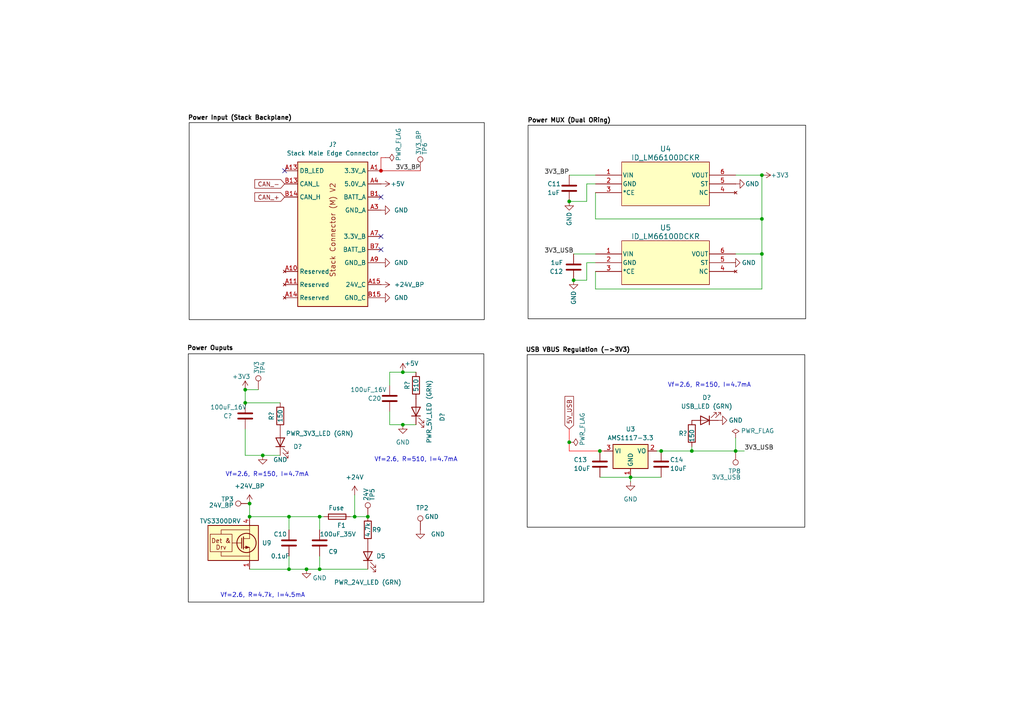
<source format=kicad_sch>
(kicad_sch (version 20231120) (generator "eeschema") (generator_version "8.0")
  (paper "A4")
  (title_block (title "ULC Board Power Circuitry") (rev "A") (company "Queen's Rocket Engineering Team") (comment 1 "Jeevan Sanchez"))
  (lib_symbols
    (symbol "Connector:TestPoint" (pin_numbers hide) (pin_names (offset 0.762) hide)
      (property "Reference" "TP" (at 0 6.858 0))
      (property "Value" "TestPoint" (at 0 5.08 0))
      (symbol "TestPoint_0_1"
        (circle (center 0 3.302) (radius 0.762))
      )
      (symbol "TestPoint_1_1"
        (pin passive line (at 0 0 90) (length 2.54) (name "1") (number "1"))
      )
    )
    (symbol "Device:C" (pin_numbers hide) (pin_names (offset 0.254))
      (property "Reference" "C" (at 0.635 2.54 0))
      (property "Value" "C" (at 0.635 -2.54 0))
      (symbol "C_0_1"
        (polyline (pts (xy -2.032 -0.762) (xy 2.032 -0.762)) (stroke (width 0.508)))
        (polyline (pts (xy -2.032 0.762) (xy 2.032 0.762)) (stroke (width 0.508)))
      )
      (symbol "C_1_1"
        (pin passive line (at 0 3.81 270) (length 2.794) (name "~") (number "1"))
        (pin passive line (at 0 -3.81 90) (length 2.794) (name "~") (number "2"))
      )
    )
    (symbol "Device:Fuse" (pin_numbers hide) (pin_names (offset 0))
      (property "Reference" "F" (at 2.032 0 90))
      (property "Value" "Fuse" (at -1.905 0 90))
      (symbol "Fuse_0_1"
        (rectangle (start -0.762 -2.54) (end 0.762 2.54) (stroke (width 0.254)))
        (polyline (pts (xy 0 2.54) (xy 0 -2.54)))
      )
      (symbol "Fuse_1_1"
        (pin passive line (at 0 3.81 270) (length 1.27) (name "~") (number "1"))
        (pin passive line (at 0 -3.81 90) (length 1.27) (name "~") (number "2"))
      )
    )
    (symbol "Device:LED" (pin_numbers hide) (pin_names (offset 1.016) hide)
      (property "Reference" "D" (at 0 2.54 0))
      (property "Value" "LED" (at 0 -2.54 0))
      (symbol "LED_0_1"
        (polyline (pts (xy -1.27 -1.27) (xy -1.27 1.27)) (stroke (width 0.254)))
        (polyline (pts (xy -1.27 0) (xy 1.27 0)))
        (polyline (pts (xy 1.27 -1.27) (xy 1.27 1.27) (xy -1.27 0) (xy 1.27 -1.27)) (stroke (width 0.254)))
        (polyline (pts (xy -3.048 -0.762) (xy -4.572 -2.286) (xy -3.81 -2.286) (xy -4.572 -2.286) (xy -4.572 -1.524)))
        (polyline (pts (xy -1.778 -0.762) (xy -3.302 -2.286) (xy -2.54 -2.286) (xy -3.302 -2.286) (xy -3.302 -1.524)))
      )
      (symbol "LED_1_1"
        (pin passive line (at -3.81 0 0) (length 2.54) (name "K") (number "1"))
        (pin passive line (at 3.81 0 180) (length 2.54) (name "A") (number "2"))
      )
    )
    (symbol "Device:R" (pin_numbers hide) (pin_names (offset 0))
      (property "Reference" "R" (at 2.032 0 90))
      (property "Value" "R" (at 0 0 90))
      (symbol "R_0_1"
        (rectangle (start -1.016 -2.54) (end 1.016 2.54) (stroke (width 0.254)))
      )
      (symbol "R_1_1"
        (pin passive line (at 0 3.81 270) (length 1.27) (name "~") (number "1"))
        (pin passive line (at 0 -3.81 90) (length 1.27) (name "~") (number "2"))
      )
    )
    (symbol "Power_Protection:TVS3300DRV" (pin_names (offset 0) hide)
      (property "Reference" "U" (at 2.54 1.27 0))
      (property "Value" "TVS3300DRV" (at 2.54 -1.27 0))
      (symbol "TVS3300DRV_0_0"
        (rectangle (start -11.43 2.54) (end -5.08 -2.54))
        (polyline (pts (xy 0 1.27) (xy -1.778 1.27)))
        (polyline (pts (xy -8.255 -2.54) (xy -8.255 -3.81) (xy 0 -3.81)))
        (polyline (pts (xy -8.255 2.54) (xy -8.255 3.81) (xy 0 3.81)))
        (text "Det &" (at -8.255 0.635 0) (effects (font (size 1.27 1.27))))
        (text "Drv" (at -8.255 -1.27 0) (effects (font (size 1.27 1.27))))
      )
      (symbol "TVS3300DRV_0_1"
        (rectangle (start -12.065 5.08) (end 2.54 -5.08) (stroke (width 0.254)) (fill (type background)))
        (circle (center -0.889 0) (radius 2.794) (stroke (width 0.254)))
        (polyline (pts (xy -2.286 0) (xy -5.08 0)))
        (polyline (pts (xy -2.286 1.397) (xy -2.286 -1.524)) (stroke (width 0.254)))
        (polyline (pts (xy -1.778 1.778) (xy -1.778 -1.778)) (stroke (width 0.254)))
        (polyline (pts (xy 0 -2.54) (xy 0 -5.08)))
        (polyline (pts (xy 0 2.54) (xy 0 1.27)))
        (polyline (pts (xy 0 5.08) (xy 0 2.54)))
        (polyline (pts (xy 0 -2.54) (xy 0 -1.27) (xy -1.778 -1.27)))
        (polyline (pts (xy -0.127 -1.27) (xy -1.143 -1.651) (xy -1.143 -0.889) (xy -0.127 -1.27)) (fill (type outline)))
      )
      (symbol "TVS3300DRV_1_1"
        (pin power_in line (at 0 -7.62 90) (length 2.54) (name "GND") (number "1"))
        (pin passive line (at 0 -7.62 90) (length 2.54) hide (name "GND") (number "2"))
        (pin passive line (at 0 -7.62 90) (length 2.54) hide (name "GND") (number "3"))
        (pin passive line (at 0 7.62 270) (length 2.54) (name "IN") (number "4"))
        (pin passive line (at 0 7.62 270) (length 2.54) hide (name "IN") (number "5"))
        (pin passive line (at 0 7.62 270) (length 2.54) hide (name "IN") (number "6"))
        (pin passive line (at 0 -7.62 90) (length 2.54) hide (name "GND") (number "7"))
      )
    )
    (symbol "QRET_Buck_PSU:LM66100DCKR" (pin_names (offset 0.254))
      (property "Reference" "U" (at 0 12.7 0))
      (property "Value" "LM66100DCKR" (at 0 10.16 0))
      (symbol "LM66100DCKR_0_1"
        (polyline (pts (xy -12.7 -6.35) (xy 12.7 -6.35)) (stroke (width 0.127)))
        (polyline (pts (xy -12.7 6.35) (xy -12.7 -6.35)) (stroke (width 0.127)))
        (polyline (pts (xy 12.7 -6.35) (xy 12.7 6.35)) (stroke (width 0.127)))
        (polyline (pts (xy 12.7 6.35) (xy -12.7 6.35)) (stroke (width 0.127)))
        (pin input line (at -20.32 2.54 0) (length 7.62) (name "VIN") (number "1"))
        (pin power_in line (at -20.32 0 0) (length 7.62) (name "GND") (number "2"))
        (pin input line (at -20.32 -2.54 0) (length 7.62) (name "*CE") (number "3"))
        (pin no_connect line (at 20.32 -2.54 180) (length 7.62) (name "NC") (number "4"))
        (pin output line (at 20.32 0 180) (length 7.62) (name "ST") (number "5"))
        (pin output line (at 20.32 2.54 180) (length 7.62) (name "VOUT") (number "6"))
      )
      (symbol "LM66100DCKR_1_1"
        (rectangle (start -12.7 6.35) (end 12.7 -6.35) (fill (type background)))
      )
    )
    (symbol "Regulator_Linear:AMS1117-3.3"
      (property "Reference" "U" (at -3.81 3.175 0))
      (property "Value" "AMS1117-3.3" (at 0 3.175 0))
      (symbol "AMS1117-3.3_0_1"
        (rectangle (start -5.08 -5.08) (end 5.08 1.905) (stroke (width 0.254)) (fill (type background)))
      )
      (symbol "AMS1117-3.3_1_1"
        (pin power_in line (at 0 -7.62 90) (length 2.54) (name "GND") (number "1"))
        (pin power_out line (at 7.62 0 180) (length 2.54) (name "VO") (number "2"))
        (pin power_in line (at -7.62 0 0) (length 2.54) (name "VI") (number "3"))
      )
    )
    (symbol "Stack Male Edge Connector_1"
      (property "Reference" "J" (at -0.254 24.892 0))
      (property "Value" "Stack Male Edge Connector" (at 1.27 22.86 0))
      (symbol "Stack Male Edge Connector_1_0_1"
        (rectangle (start -10.16 21.59) (end 10.16 -20.32) (stroke (width 0.254)) (fill (type background)))
      )
      (symbol "Stack Male Edge Connector_1_1_1"
        (text "Stack Connector (M) V2" (at 0 1.905 900) (effects (font (size 1.5 1.5))))
        (pin power_out line (at 13.97 19.05 180) (length 3.81) (name "3.3V_A") (number "A1"))
        (pin no_connect line (at -13.97 -10.16 0) (length 3.81) (name "Reserved") (number "A10"))
        (pin no_connect line (at -13.97 -13.97 0) (length 3.81) (name "Reserved") (number "A11"))
        (pin passive line (at 13.97 -7.62 180) (length 3.81) hide (name "GND_B") (number "A12"))
        (pin input line (at -13.97 19.05 0) (length 3.81) (name "DB_LED") (number "A13"))
        (pin no_connect line (at -13.97 -17.78 0) (length 3.81) (name "Reserved") (number "A14"))
        (pin power_out line (at 13.97 -13.97 180) (length 3.81) (name "24V_C") (number "A15"))
        (pin passive line (at 13.97 -13.97 180) (length 3.81) hide (name "24V_C") (number "A16"))
        (pin passive line (at 13.97 -13.97 180) (length 3.81) hide (name "24V_C") (number "A17"))
        (pin passive line (at 13.97 -13.97 180) (length 3.81) hide (name "24V_C") (number "A18"))
        (pin passive line (at 13.97 19.05 180) (length 3.81) hide (name "3.3V_A") (number "A2"))
        (pin power_in line (at 13.97 7.62 180) (length 3.81) (name "GND_A") (number "A3"))
        (pin power_out line (at 13.97 15.24 180) (length 3.81) (name "5.0V_A") (number "A4"))
        (pin power_in line (at 13.97 15.24 180) (length 3.81) hide (name "5.0V_A") (number "A5"))
        (pin passive line (at 13.97 7.62 180) (length 3.81) hide (name "GND_A") (number "A6"))
        (pin power_out line (at 13.97 0 180) (length 3.81) (name "3.3V_B") (number "A7"))
        (pin passive line (at 13.97 0 180) (length 3.81) hide (name "3.3V_B") (number "A8"))
        (pin power_in line (at 13.97 -7.62 180) (length 3.81) (name "GND_B") (number "A9"))
        (pin power_out line (at 13.97 11.43 180) (length 3.81) (name "BATT_A") (number "B1"))
        (pin passive line (at 13.97 -7.62 180) (length 3.81) hide (name "GND_B") (number "B10"))
        (pin passive line (at 13.97 -7.62 180) (length 3.81) hide (name "GND_B") (number "B11"))
        (pin passive line (at 13.97 -7.62 180) (length 3.81) hide (name "GND_B") (number "B12"))
        (pin bidirectional line (at -13.97 15.24 0) (length 3.81) (name "CAN_L") (number "B13"))
        (pin bidirectional line (at -13.97 11.43 0) (length 3.81) (name "CAN_H") (number "B14"))
        (pin power_in line (at 13.97 -17.78 180) (length 3.81) (name "GND_C") (number "B15"))
        (pin passive line (at 13.97 -17.78 180) (length 3.81) hide (name "GND_C") (number "B16"))
        (pin passive line (at 13.97 -17.78 180) (length 3.81) hide (name "GND_C") (number "B17"))
        (pin passive line (at 13.97 -17.78 180) (length 3.81) hide (name "GND_C") (number "B18"))
        (pin passive line (at 13.97 11.43 180) (length 3.81) hide (name "BATT_A") (number "B2"))
        (pin passive line (at 13.97 11.43 180) (length 3.81) hide (name "BATT_A") (number "B3"))
        (pin passive line (at 13.97 7.62 180) (length 3.81) hide (name "GND_A") (number "B4"))
        (pin passive line (at 13.97 7.62 180) (length 3.81) hide (name "GND_A") (number "B5"))
        (pin passive line (at 13.97 7.62 180) (length 3.81) hide (name "GND_A") (number "B6"))
        (pin power_out line (at 13.97 -3.81 180) (length 3.81) (name "BATT_B") (number "B7"))
        (pin passive line (at 13.97 -3.81 180) (length 3.81) hide (name "BATT_B") (number "B8"))
        (pin passive line (at 13.97 -3.81 180) (length 3.81) hide (name "BATT_B") (number "B9"))
      )
    )
    (symbol "power:+24V" (power) (pin_numbers hide) (pin_names (offset 0) hide)
      (property "Value" "+24V" (at 0 3.556 0))
      (symbol "+24V_0_1"
        (polyline (pts (xy -0.762 1.27) (xy 0 2.54)))
        (polyline (pts (xy 0 0) (xy 0 2.54)))
        (polyline (pts (xy 0 2.54) (xy 0.762 1.27)))
      )
      (symbol "+24V_1_1"
        (pin power_in line (at 0 0 90) (length 0) (name "~") (number "1"))
      )
    )
    (symbol "power:+3V3" (power) (pin_numbers hide) (pin_names (offset 0) hide)
      (property "Value" "+3V3" (at 0 3.556 0))
      (symbol "+3V3_0_1"
        (polyline (pts (xy -0.762 1.27) (xy 0 2.54)))
        (polyline (pts (xy 0 0) (xy 0 2.54)))
        (polyline (pts (xy 0 2.54) (xy 0.762 1.27)))
      )
      (symbol "+3V3_1_1"
        (pin power_in line (at 0 0 90) (length 0) (name "~") (number "1"))
      )
    )
    (symbol "power:+5V" (power) (pin_numbers hide) (pin_names (offset 0) hide)
      (property "Value" "+5V" (at 0 3.556 0))
      (symbol "+5V_0_1"
        (polyline (pts (xy -0.762 1.27) (xy 0 2.54)))
        (polyline (pts (xy 0 0) (xy 0 2.54)))
        (polyline (pts (xy 0 2.54) (xy 0.762 1.27)))
      )
      (symbol "+5V_1_1"
        (pin power_in line (at 0 0 90) (length 0) (name "~") (number "1"))
      )
    )
    (symbol "power:GND" (power) (pin_numbers hide) (pin_names (offset 0) hide)
      (property "Value" "GND" (at 0 -3.81 0))
      (symbol "GND_0_1"
        (polyline (pts (xy 0 0) (xy 0 -1.27) (xy 1.27 -1.27) (xy 0 -2.54) (xy -1.27 -1.27) (xy 0 -1.27)))
      )
      (symbol "GND_1_1"
        (pin power_in line (at 0 0 270) (length 0) (name "~") (number "1"))
      )
    )
    (symbol "power:PWR_FLAG" (power) (pin_numbers hide) (pin_names (offset 0) hide)
      (property "Value" "PWR_FLAG" (at 0 3.81 0))
      (symbol "PWR_FLAG_0_0"
        (pin power_out line (at 0 0 90) (length 0) (name "~") (number "1"))
      )
      (symbol "PWR_FLAG_0_1"
        (polyline (pts (xy 0 0) (xy 0 1.27) (xy -1.016 1.905) (xy 0 2.54) (xy 1.016 1.905) (xy 0 1.27)))
      )
    )
  )
  (junction (at 110.49 49.53) (color 194 0 0 1))
  (junction (at 71.12 116.84))
  (junction (at 92.71 165.1))
  (junction (at 165.1 128.27))
  (junction (at 182.88 138.43))
  (junction (at 173.99 130.81))
  (junction (at 102.87 149.86))
  (junction (at 213.36 130.81))
  (junction (at 72.39 149.86))
  (junction (at 220.98 63.5))
  (junction (at 92.71 149.86))
  (junction (at 116.84 107.95))
  (junction (at 200.66 130.81))
  (junction (at 220.98 73.66))
  (junction (at 165.1 58.42))
  (junction (at 83.82 165.1))
  (junction (at 88.9 165.1))
  (junction (at 166.37 81.28))
  (junction (at 220.98 50.8))
  (junction (at 83.82 149.86))
  (junction (at 76.2 132.08))
  (junction (at 71.12 113.03))
  (junction (at 191.77 130.81))
  (junction (at 116.84 123.19))
  (junction (at 106.68 149.86))
  (junction (at 72.39 146.05))
  (no_connect (at 110.49 68.58))
  (no_connect (at 110.49 57.15))
  (no_connect (at 110.49 72.39))
  (no_connect (at 82.55 49.53))
  (wire (pts (xy 110.49 49.53) (xy 121.92 49.53)) (stroke (width 0) (color 194 0 0 1)))
  (wire (pts (xy 165.1 128.27) (xy 165.1 130.81)) (stroke (width 0) (color 255 0 0 1)))
  (wire (pts (xy 116.84 123.19) (xy 120.65 123.19)))
  (wire (pts (xy 170.18 58.42) (xy 165.1 58.42)))
  (wire (pts (xy 71.12 116.84) (xy 81.28 116.84)))
  (wire (pts (xy 213.36 50.8) (xy 220.98 50.8)))
  (wire (pts (xy 71.12 116.84) (xy 71.12 113.03)))
  (wire (pts (xy 113.03 123.19) (xy 116.84 123.19)))
  (wire (pts (xy 83.82 149.86) (xy 92.71 149.86)))
  (wire (pts (xy 92.71 161.29) (xy 92.71 165.1)))
  (wire (pts (xy 88.9 165.1) (xy 92.71 165.1)))
  (wire (pts (xy 220.98 50.8) (xy 220.98 63.5)))
  (wire (pts (xy 71.12 132.08) (xy 76.2 132.08)))
  (wire (pts (xy 173.99 130.81) (xy 175.26 130.81)) (stroke (width 0) (color 255 0 0 1)))
  (wire (pts (xy 191.77 130.81) (xy 200.66 130.81)))
  (wire (pts (xy 110.49 49.53) (xy 110.49 45.72)) (stroke (width 0) (color 194 0 0 1)))
  (wire (pts (xy 170.18 81.28) (xy 166.37 81.28)))
  (wire (pts (xy 83.82 153.67) (xy 83.82 149.86)))
  (wire (pts (xy 102.87 143.51) (xy 102.87 149.86)))
  (wire (pts (xy 71.12 124.46) (xy 71.12 132.08)))
  (wire (pts (xy 76.2 132.08) (xy 81.28 132.08)))
  (wire (pts (xy 182.88 138.43) (xy 182.88 139.7)))
  (wire (pts (xy 220.98 73.66) (xy 213.36 73.66)))
  (wire (pts (xy 172.72 63.5) (xy 172.72 55.88)))
  (wire (pts (xy 116.84 107.95) (xy 120.65 107.95)))
  (wire (pts (xy 220.98 73.66) (xy 220.98 83.82)))
  (wire (pts (xy 83.82 165.1) (xy 88.9 165.1)))
  (wire (pts (xy 92.71 165.1) (xy 106.68 165.1)))
  (wire (pts (xy 72.39 149.86) (xy 83.82 149.86)))
  (wire (pts (xy 173.99 138.43) (xy 182.88 138.43)))
  (wire (pts (xy 166.37 73.66) (xy 172.72 73.66)))
  (wire (pts (xy 220.98 63.5) (xy 220.98 73.66)))
  (wire (pts (xy 113.03 107.95) (xy 116.84 107.95)))
  (wire (pts (xy 200.66 130.81) (xy 213.36 130.81)))
  (wire (pts (xy 92.71 153.67) (xy 92.71 149.86)))
  (wire (pts (xy 74.93 113.03) (xy 71.12 113.03)))
  (wire (pts (xy 110.49 45.72) (xy 111.76 45.72)) (stroke (width 0) (color 194 0 0 1)))
  (wire (pts (xy 72.39 149.86) (xy 72.39 146.05)))
  (wire (pts (xy 113.03 119.38) (xy 113.03 123.19)))
  (wire (pts (xy 165.1 130.81) (xy 173.99 130.81)) (stroke (width 0) (color 255 0 0 1)))
  (wire (pts (xy 172.72 83.82) (xy 172.72 78.74)))
  (wire (pts (xy 172.72 53.34) (xy 170.18 53.34)))
  (wire (pts (xy 165.1 50.8) (xy 172.72 50.8)))
  (wire (pts (xy 102.87 149.86) (xy 106.68 149.86)))
  (wire (pts (xy 102.87 149.86) (xy 101.6 149.86)))
  (wire (pts (xy 213.36 76.2) (xy 212.09 76.2)))
  (wire (pts (xy 92.71 149.86) (xy 93.98 149.86)))
  (wire (pts (xy 172.72 63.5) (xy 220.98 63.5)))
  (wire (pts (xy 165.1 124.46) (xy 165.1 128.27)) (stroke (width 0) (color 255 0 0 1)))
  (wire (pts (xy 213.36 130.81) (xy 213.36 127)))
  (wire (pts (xy 191.77 130.81) (xy 190.5 130.81)))
  (wire (pts (xy 170.18 53.34) (xy 170.18 58.42)))
  (wire (pts (xy 170.18 76.2) (xy 170.18 81.28)))
  (wire (pts (xy 200.66 129.54) (xy 200.66 130.81)))
  (wire (pts (xy 213.36 130.81) (xy 215.9 130.81)))
  (wire (pts (xy 172.72 83.82) (xy 220.98 83.82)))
  (wire (pts (xy 113.03 111.76) (xy 113.03 107.95)))
  (wire (pts (xy 182.88 138.43) (xy 191.77 138.43)))
  (wire (pts (xy 72.39 165.1) (xy 83.82 165.1)))
  (wire (pts (xy 172.72 76.2) (xy 170.18 76.2)))
  (wire (pts (xy 83.82 161.29) (xy 83.82 165.1)))
  (rectangle (start 54.864 35.56) (end 140.462 92.71) (stroke (width 0) (color 0 0 0 1)))
  (rectangle (start 54.61 102.616) (end 140.335 174.625) (stroke (width 0) (color 0 0 0 1)))
  (rectangle (start 153.162 36.322) (end 233.68 92.456) (stroke (width 0) (color 0 0 0 1)))
  (rectangle (start 152.908 102.87) (end 233.426 152.908) (stroke (width 0) (color 0 0 0 1)))
  (text "Vf=2.6, R=510, I=4.7mA" (at 120.65 133.35 0) (effects (font (size 1.27 1.27))))
  (text "Vf=2.6, R=150, I=4.7mA" (at 205.74 111.76 0) (effects (font (size 1.27 1.27))))
  (text "Vf=2.6, R=150, I=4.7mA" (at 77.47 137.668 0) (effects (font (size 1.27 1.27))))
  (text "USB VBUS Regulation (->3V3)" (at 167.64 101.6 0) (effects (font (size 1.27 1.27) (thickness 0.254) (bold yes))))
  (text "Vf=2.6, R=4.7k, I=4.5mA" (at 76.2 172.72 0) (effects (font (size 1.27 1.27))))
  (text "Power MUX (Dual ORing)" (at 165.1 35.052 0) (effects (font (size 1.27 1.27) (thickness 0.254) (bold yes))))
  (text "Power Input (Stack Backplane)" (at 69.596 34.29 0) (effects (font (size 1.27 1.27) (thickness 0.254) (bold yes))))
  (text "Power Ouputs" (at 60.96 101.092 0) (effects (font (size 1.27 1.27) (thickness 0.254) (bold yes))))
  (label "3V3_USB" (at 215.9 130.81 0) (effects (font (thickness 0.1588))))
  (label "3V3_BP" (at 165.1 50.8 180))
  (label "3V3_BP" (at 121.92 49.53 180))
  (label "3V3_USB" (at 166.37 73.66 180) (effects (font (thickness 0.1588))))
  (global_label "CAN_-" (shape input) (at 82.55 53.34 180) (property "Intersheetrefs" "${INTERSHEET_REFS}" (effects (hide yes))))
  (global_label "5V_USB" (shape input) (at 165.1 124.46 90) (property "Intersheetrefs" "${INTERSHEET_REFS}" (effects (hide yes))))
  (global_label "CAN_+" (shape input) (at 82.55 57.15 180) (property "Intersheetrefs" "${INTERSHEET_REFS}" (effects (hide yes))))
  (symbol (lib_id "power:GND") (at 212.09 76.2 90) (unit 1)
    (property "Reference" "#PWR038" (effects (hide yes)))
    (property "Value" "GND" (at 215.138 76.2 90) (effects (justify right)))
    (property "Description" "Power symbol creates a global label with name \"GND\" , ground" (effects (hide yes)))
  )
  (symbol (lib_id "power:GND") (at 213.36 53.34 90) (unit 1)
    (property "Reference" "#PWR039" (effects (hide yes)))
    (property "Value" "GND" (at 216.154 53.34 90) (effects (justify right)))
    (property "Description" "Power symbol creates a global label with name \"GND\" , ground" (effects (hide yes)))
  )
  (symbol (lib_id "QRET_Buck_PSU:LM66100DCKR") (at 193.04 76.2 0) (unit 1)
    (property "Reference" "U5" (at 193.04 66.04 0) (effects (font (size 1.524 1.524))))
    (property "Value" "ID_LM66100DCKR" (at 193.04 68.58 0) (effects (font (size 1.524 1.524))))
    (property "Footprint" "LM66100:SC-70-6" (effects (hide yes)))
    (property "Datasheet" "${KIPRJMOD}/../../Datasheets/ID-lm66100.pdf" (effects (hide yes)))
    (property "Description" "Ideal Diode" (effects (hide yes)))
    (property "LCSC" "C2869734" (effects (hide yes)))
  )
  (symbol (lib_id "power:GND") (at 166.37 81.28 0) (unit 1)
    (property "Reference" "#PWR035" (effects (hide yes)))
    (property "Value" "GND" (at 166.37 84.328 90) (effects (justify right)))
    (property "Description" "Power symbol creates a global label with name \"GND\" , ground" (effects (hide yes)))
  )
  (symbol (lib_id "Device:C") (at 92.71 157.48 0) (unit 1)
    (property "Reference" "C9" (at 95.25 160.02 0) (effects (justify left)))
    (property "Value" "100uF_35V" (at 92.71 154.94 0) (effects (justify left)))
    (property "Footprint" "Capacitor_SMD:CP_Elec_6.3x5.9" (effects (hide yes)))
    (property "Digikey" "732-8511-1-ND" (effects (hide yes)))
  )
  (symbol (lib_id "Connector:TestPoint") (at 213.36 130.81 180) (unit 1)
    (property "Reference" "TP8" (at 214.884 136.652 0) (effects (justify left)))
    (property "Value" "3V3_USB" (at 214.884 138.43 0) (effects (justify left)))
    (property "Footprint" "TestPoint:TestPoint_Pad_D1.0mm" (effects (hide yes)))
    (property "Description" "test point" (effects (hide yes)))
  )
  (symbol (lib_id "power:PWR_FLAG") (at 111.76 45.72 270) (unit 1)
    (property "Reference" "#FLG01" (effects (hide yes)))
    (property "Value" "PWR_FLAG" (at 115.57 37.084 0) (effects (justify left)))
    (property "Description" "Special symbol for telling ERC where power comes from" (effects (hide yes)))
  )
  (symbol (lib_id "Device:LED") (at 204.47 121.92 180) (unit 1)
    (property "Reference" "D?" (at 204.978 115.316 0))
    (property "Value" "USB_LED (GRN)" (at 204.978 117.856 0))
    (property "Footprint" "LED_SMD:LED_0805_2012Metric" (effects (hide yes)))
    (property "Description" "Light emitting diode" (effects (hide yes)))
    (property "LCSC" "C2297" (effects (hide yes)))
  )
  (symbol (lib_id "Connector:TestPoint") (at 74.93 113.03 0) (unit 1)
    (property "Reference" "TP4" (at 76.2 108.458 90) (effects (justify left)))
    (property "Value" "3V3" (at 74.422 108.458 90) (effects (justify left)))
    (property "Footprint" "TestPoint:TestPoint_Pad_D1.0mm" (effects (hide yes)))
    (property "Description" "test point" (effects (hide yes)))
  )
  (symbol (lib_id "power:GND") (at 110.49 76.2 90) (unit 1)
    (property "Reference" "#PWR?" (effects (hide yes)))
    (property "Value" "GND" (at 114.3 76.1999 90) (effects (justify right)))
    (property "Description" "Power symbol creates a global label with name \"GND\" , ground" (effects (hide yes)))
  )
  (symbol (lib_id "power:GND") (at 165.1 58.42 0) (unit 1)
    (property "Reference" "#PWR034" (effects (hide yes)))
    (property "Value" "GND" (at 165.1 61.468 90) (effects (justify right)))
    (property "Description" "Power symbol creates a global label with name \"GND\" , ground" (effects (hide yes)))
  )
  (symbol (lib_id "power:+3V3") (at 71.12 113.03 0) (unit 1)
    (property "Reference" "#PWR022" (effects (hide yes)))
    (property "Value" "+3V3" (at 67.31 109.22 0) (effects (justify left)))
    (property "Description" "Power symbol creates a global label with name \"+3V3\"" (effects (hide yes)))
  )
  (symbol (lib_id "Device:LED") (at 120.65 119.38 90) (unit 1)
    (property "Reference" "D?" (at 128.27 120.9675 0))
    (property "Value" "PWR_5V_LED (GRN)" (at 124.46 119.38 0))
    (property "Footprint" "LED_SMD:LED_0805_2012Metric" (effects (hide yes)))
    (property "Description" "Light emitting diode" (effects (hide yes)))
    (property "LCSC" "C2297" (effects (hide yes)))
  )
  (symbol (lib_id "Device:C") (at 113.03 115.57 0) (unit 1)
    (property "Reference" "C20" (at 106.68 115.57 0) (effects (justify left)))
    (property "Value" "100uF_16V" (at 101.6 113.03 0) (effects (justify left)))
    (property "Footprint" "Capacitor_SMD:CP_Elec_6.3x5.9" (effects (hide yes)))
    (property "Digikey" "732-8419-1-ND" (effects (hide yes)))
  )
  (symbol (lib_id "power:GND") (at 110.49 86.36 90) (unit 1)
    (property "Reference" "#PWR?" (effects (hide yes)))
    (property "Value" "GND" (at 114.3 86.3599 90) (effects (justify right)))
    (property "Description" "Power symbol creates a global label with name \"GND\" , ground" (effects (hide yes)))
  )
  (symbol (lib_id "power:GND") (at 121.92 153.67 0) (unit 1)
    (property "Reference" "#PWR087" (effects (hide yes)))
    (property "Value" "GND" (at 127 154.94 0))
    (property "Description" "Power symbol creates a global label with name \"GND\" , ground" (effects (hide yes)))
  )
  (symbol (lib_id "Device:R") (at 200.66 125.73 180) (unit 1)
    (property "Reference" "R?" (at 199.39 125.73 0) (effects (justify left)))
    (property "Value" "150" (at 200.66 124.46 90) (effects (justify left)))
    (property "Footprint" "Resistor_SMD:R_0603_1608Metric" (effects (hide yes)))
    (property "Description" "Resistor" (effects (hide yes)))
    (property "LCSC" "C22808" (effects (hide yes)))
  )
  (symbol (lib_id "Device:C") (at 71.12 120.65 0) (unit 1)
    (property "Reference" "C?" (at 64.77 120.65 0) (effects (justify left)))
    (property "Value" "100uF_16V" (at 60.96 118.11 0) (effects (justify left)))
    (property "Footprint" "Capacitor_SMD:CP_Elec_6.3x5.9" (effects (hide yes)))
    (property "Digikey" "732-8419-1-ND" (effects (hide yes)))
  )
  (symbol (lib_id "Device:R") (at 106.68 153.67 180) (unit 1)
    (property "Reference" "R9" (at 109.22 153.67 0))
    (property "Value" "4.7k" (at 106.68 153.67 90))
    (property "Footprint" "Resistor_SMD:R_1206_3216Metric_Pad1.30x1.75mm_HandSolder" (effects (hide yes)))
    (property "Description" "Current Limiting Resistor" (effects (hide yes)))
    (property "Digikey" "311-4.70KFRCT-ND" (effects (hide yes)))
  )
  (symbol (lib_name "Stack Male Edge Connector_1") (lib_id "EdgeConnector:Stack Male Edge Connector") (at 96.52 68.58 0) (unit 1)
    (property "Reference" "J?" (at 96.52 41.91 0))
    (property "Value" "Stack Male Edge Connector" (at 96.52 44.45 0))
    (property "Footprint" "Connector_PCBEdge:BUS_PCIexpress_x1" (effects (hide yes)))
    (property "Description" "QRET SRAD Male Stack Edge Connector (PCIe x1 Connector). Generation 1" (effects (hide yes)))
  )
  (symbol (lib_id "Connector:TestPoint") (at 106.68 149.86 0) (unit 1)
    (property "Reference" "TP5" (at 107.95 145.288 90) (effects (justify left)))
    (property "Value" "24V" (at 106.172 145.288 90) (effects (justify left)))
    (property "Footprint" "TestPoint:TestPoint_Pad_D1.0mm" (effects (hide yes)))
    (property "Description" "test point" (effects (hide yes)))
  )
  (symbol (lib_id "Connector:TestPoint") (at 121.92 49.53 0) (unit 1)
    (property "Reference" "TP6" (at 123.19 44.958 90) (effects (justify left)))
    (property "Value" "3V3_BP" (at 121.412 44.958 90) (effects (justify left)))
    (property "Footprint" "TestPoint:TestPoint_Pad_D1.0mm" (effects (hide yes)))
    (property "Description" "test point" (effects (hide yes)))
  )
  (symbol (lib_id "Regulator_Linear:AMS1117-3.3") (at 182.88 130.81 0) (unit 1)
    (property "Reference" "U3" (at 182.88 124.46 0))
    (property "Value" "AMS1117-3.3" (at 182.88 127 0))
    (property "Footprint" "Package_TO_SOT_SMD:SOT-223-3_TabPin2" (effects (hide yes)))
    (property "Datasheet" "http://www.advanced-monolithic.com/pdf/ds1117.pdf" (effects (hide yes)))
    (property "Description" "LDO" (effects (hide yes)))
    (property "LCSC" "C6186" (effects (hide yes)))
  )
  (symbol (lib_id "power:+24V") (at 110.49 82.55 270) (unit 1)
    (property "Reference" "#PWR?" (effects (hide yes)))
    (property "Value" "+24V_BP" (at 114.3 82.5499 90) (effects (justify left)))
    (property "Description" "Power symbol creates a global label with name \"+24V\"" (effects (hide yes)))
  )
  (symbol (lib_id "Device:LED") (at 106.68 161.29 90) (unit 1)
    (property "Reference" "D5" (at 110.49 161.29 90))
    (property "Value" "PWR_24V_LED (GRN)" (at 106.68 168.91 90))
    (property "Footprint" "LED_SMD:LED_0805_2012Metric" (effects (hide yes)))
    (property "Description" "Light emitting diode" (effects (hide yes)))
    (property "LCSC" "C2297" (effects (hide yes)))
  )
  (symbol (lib_id "Device:C") (at 83.82 157.48 0) (unit 1)
    (property "Reference" "C10" (at 81.28 154.94 0))
    (property "Value" "0.1uF" (at 81.28 161.29 0))
    (property "Footprint" "Capacitor_SMD:C_0603_1608Metric" (effects (hide yes)))
    (property "Description" "Unpolarized capacitor" (effects (hide yes)))
    (property "LCSC" "C14663" (effects (hide yes)))
  )
  (symbol (lib_id "power:PWR_FLAG") (at 165.1 128.27 270) (unit 1)
    (property "Reference" "#FLG02" (effects (hide yes)))
    (property "Value" "PWR_FLAG" (at 168.91 119.634 0) (effects (justify left)))
    (property "Description" "Special symbol for telling ERC where power comes from" (effects (hide yes)))
  )
  (symbol (lib_id "Device:R") (at 120.65 111.76 180) (unit 1)
    (property "Reference" "R?" (at 118.11 111.76 90))
    (property "Value" "510" (at 120.65 111.76 90))
    (property "Footprint" "Resistor_SMD:R_0603_1608Metric" (effects (hide yes)))
    (property "Description" "Resistor" (effects (hide yes)))
    (property "LCSC" "C23193" (effects (hide yes)))
  )
  (symbol (lib_id "power:PWR_FLAG") (at 213.36 127 0) (unit 1)
    (property "Reference" "#FLG03" (effects (hide yes)))
    (property "Value" "PWR_FLAG" (at 214.884 124.968 0) (effects (justify left)))
    (property "Description" "Special symbol for telling ERC where power comes from" (effects (hide yes)))
  )
  (symbol (lib_id "QRET_Buck_PSU:LM66100DCKR") (at 193.04 53.34 0) (unit 1)
    (property "Reference" "U4" (at 193.04 43.18 0) (effects (font (size 1.524 1.524))))
    (property "Value" "ID_LM66100DCKR" (at 193.04 45.72 0) (effects (font (size 1.524 1.524))))
    (property "Footprint" "LM66100:SC-70-6" (effects (hide yes)))
    (property "Datasheet" "${KIPRJMOD}/../../Datasheets/ID-lm66100.pdf" (effects (hide yes)))
    (property "Description" "Ideal Diode" (effects (hide yes)))
    (property "LCSC" "C2869734" (effects (hide yes)))
  )
  (symbol (lib_id "power:+5V") (at 110.49 53.34 270) (unit 1)
    (property "Reference" "#PWR?" (effects (hide yes)))
    (property "Value" "+5V" (at 115.316 53.34 90))
    (property "Description" "Power symbol creates a global label with name \"+5V\"" (effects (hide yes)))
  )
  (symbol (lib_id "power:+5V") (at 116.84 107.95 0) (unit 1)
    (property "Reference" "#PWR?" (effects (hide yes)))
    (property "Value" "+5V" (at 119.38 105.41 0))
    (property "Description" "Power symbol creates a global label with name \"+5V\"" (effects (hide yes)))
  )
  (symbol (lib_id "Device:C") (at 166.37 77.47 0) (unit 1)
    (property "Reference" "C12" (at 163.322 78.74 0) (effects (justify right)))
    (property "Value" "1uF" (at 163.322 76.2 0) (effects (justify right)))
    (property "Footprint" "Capacitor_SMD:C_0603_1608Metric" (effects (hide yes)))
    (property "Description" "Unpolarized capacitor" (effects (hide yes)))
    (property "LCSC" "C15849" (effects (hide yes)))
  )
  (symbol (lib_id "power:+24V") (at 102.87 143.51 0) (unit 1)
    (property "Reference" "#PWR03" (effects (hide yes)))
    (property "Value" "+24V" (at 102.87 138.43 0))
    (property "Description" "Power symbol creates a global label with name \"+24V\"" (effects (hide yes)))
  )
  (symbol (lib_id "power:GND") (at 116.84 123.19 0) (unit 1)
    (property "Reference" "#PWR?" (effects (hide yes)))
    (property "Value" "GND" (at 116.84 128.27 0))
    (property "Description" "Power symbol creates a global label with name \"GND\" , ground" (effects (hide yes)))
  )
  (symbol (lib_id "Device:R") (at 81.28 120.65 0) (mirror x) (unit 1)
    (property "Reference" "R?" (at 78.74 120.65 90))
    (property "Value" "150" (at 81.28 120.65 90))
    (property "Footprint" "Resistor_SMD:R_0603_1608Metric" (effects (hide yes)))
    (property "Description" "Resistor" (effects (hide yes)))
    (property "LCSC" "C22808" (effects (hide yes)))
  )
  (symbol (lib_id "Power_Protection:TVS3300DRV") (at 72.39 157.48 0) (unit 1)
    (property "Reference" "U9" (at 78.74 157.48 0) (effects (justify right)))
    (property "Value" "TVS3300DRV" (at 69.85 151.13 0) (effects (justify right)))
    (property "Footprint" "Package_SON:WSON-6-1EP_2x2mm_P0.65mm_EP1x1.6mm" (effects (hide yes)))
    (property "Datasheet" "${KIPRJMOD}/../../Datasheets/SURGE-PROT-tvs3300.pdf" (effects (hide yes)))
    (property "Description" "Flat-Clamp Surge Protection Device. 33Vrwm, WSON-6" (effects (hide yes)))
    (property "LCSC" "C2863624" (effects (hide yes)))
  )
  (symbol (lib_id "Connector:TestPoint") (at 72.39 146.05 90) (unit 1)
    (property "Reference" "TP3" (at 67.818 144.78 90) (effects (justify left)))
    (property "Value" "24V_BP" (at 67.818 146.558 90) (effects (justify left)))
    (property "Footprint" "TestPoint:TestPoint_Pad_D1.0mm" (effects (hide yes)))
    (property "Description" "test point" (effects (hide yes)))
  )
  (symbol (lib_id "Device:LED") (at 81.28 128.27 90) (unit 1)
    (property "Reference" "D?" (at 86.36 129.54 90))
    (property "Value" "PWR_3V3_LED (GRN)" (at 92.71 125.73 90))
    (property "Footprint" "LED_SMD:LED_0805_2012Metric" (effects (hide yes)))
    (property "Description" "Light emitting diode" (effects (hide yes)))
    (property "LCSC" "C2297" (effects (hide yes)))
  )
  (symbol (lib_id "power:+24V") (at 72.39 146.05 0) (unit 1)
    (property "Reference" "#PWR023" (effects (hide yes)))
    (property "Value" "+24V_BP" (at 72.39 140.97 0))
    (property "Description" "Power symbol creates a global label with name \"+24V\"" (effects (hide yes)))
  )
  (symbol (lib_id "power:GND") (at 88.9 165.1 0) (mirror y) (unit 1)
    (property "Reference" "#PWR?" (effects (hide yes)))
    (property "Value" "GND" (at 92.71 167.64 0))
    (property "Description" "Power symbol creates a global label with name \"GND\" , ground" (effects (hide yes)))
  )
  (symbol (lib_id "power:GND") (at 208.28 121.92 90) (unit 1)
    (property "Reference" "#PWR?" (effects (hide yes)))
    (property "Value" "GND" (at 211.328 121.92 90) (effects (justify right)))
    (property "Description" "Power symbol creates a global label with name \"GND\" , ground" (effects (hide yes)))
  )
  (symbol (lib_id "power:GND") (at 76.2 132.08 0) (unit 1)
    (property "Reference" "#PWR?" (effects (hide yes)))
    (property "Value" "GND" (at 81.28 133.35 0))
    (property "Description" "Power symbol creates a global label with name \"GND\" , ground" (effects (hide yes)))
  )
  (symbol (lib_id "power:GND") (at 110.49 60.96 90) (unit 1)
    (property "Reference" "#PWR?" (effects (hide yes)))
    (property "Value" "GND" (at 114.3 60.9599 90) (effects (justify right)))
    (property "Description" "Power symbol creates a global label with name \"GND\" , ground" (effects (hide yes)))
  )
  (symbol (lib_id "power:GND") (at 182.88 139.7 0) (unit 1)
    (property "Reference" "#PWR036" (effects (hide yes)))
    (property "Value" "GND" (at 182.88 144.78 0))
  )
  (symbol (lib_id "Device:C") (at 191.77 134.62 0) (unit 1)
    (property "Reference" "C14" (at 194.31 133.35 0) (effects (justify left)))
    (property "Value" "10uF" (at 194.31 135.89 0) (effects (justify left)))
    (property "Footprint" "Capacitor_SMD:C_0603_1608Metric" (effects (hide yes)))
    (property "LCSC" "C96446" (effects (hide yes)))
  )
  (symbol (lib_id "power:+3V3") (at 220.98 50.8 270) (unit 1)
    (property "Reference" "#PWR040" (effects (hide yes)))
    (property "Value" "+3V3" (at 223.52 50.8 90) (effects (justify left)))
    (property "Description" "Power symbol creates a global label with name \"+3V3\"" (effects (hide yes)))
  )
  (symbol (lib_id "Device:Fuse") (at 97.79 149.86 270) (mirror x) (unit 1)
    (property "Reference" "F1" (at 97.79 152.4 90) (effects (justify left)))
    (property "Value" "Fuse" (at 95.25 147.32 90) (effects (justify left)))
    (property "Footprint" "0679L0250-05:FUSC6125X279N" (effects (hide yes)))
    (property "Description" "Fuse" (effects (hide yes)))
    (property "Digikey" "5923-0679H2000-05CT-ND" (effects (hide yes)))
  )
  (symbol (lib_id "Device:C") (at 165.1 54.61 180) (unit 1)
    (property "Reference" "C11" (at 158.75 53.34 0) (effects (justify right)))
    (property "Value" "1uF" (at 158.75 55.88 0) (effects (justify right)))
    (property "Footprint" "Capacitor_SMD:C_0603_1608Metric" (effects (hide yes)))
    (property "Description" "Unpolarized capacitor" (effects (hide yes)))
    (property "LCSC" "C15849" (effects (hide yes)))
  )
  (symbol (lib_id "Device:C") (at 173.99 134.62 0) (unit 1)
    (property "Reference" "C13" (at 166.37 133.35 0) (effects (justify left)))
    (property "Value" "10uF" (at 166.37 135.89 0) (effects (justify left)))
    (property "Footprint" "Capacitor_SMD:C_0603_1608Metric" (effects (hide yes)))
    (property "LCSC" "C96446" (effects (hide yes)))
  )
  (symbol (lib_id "Connector:TestPoint") (at 121.92 153.67 0) (unit 1)
    (property "Reference" "TP2" (at 120.65 147.32 0) (effects (justify left)))
    (property "Value" "GND" (at 123.19 149.86 0) (effects (justify left)))
    (property "Footprint" "TestPoint:TestPoint_Pad_D1.0mm" (effects (hide yes)))
    (property "Description" "test point" (effects (hide yes)))
  )
)
</source>
